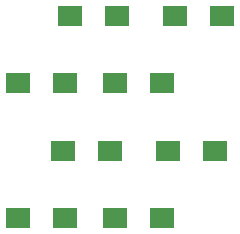
<source format=gbr>
G04 #@! TF.FileFunction,Paste,Bot*
%FSLAX46Y46*%
G04 Gerber Fmt 4.6, Leading zero omitted, Abs format (unit mm)*
G04 Created by KiCad (PCBNEW 4.0.7) date 07/07/18 12:03:53*
%MOMM*%
%LPD*%
G01*
G04 APERTURE LIST*
%ADD10C,0.100000*%
%ADD11R,2.000000X1.700000*%
G04 APERTURE END LIST*
D10*
D11*
X119285000Y-102235000D03*
X123285000Y-102235000D03*
X123095000Y-107950000D03*
X127095000Y-107950000D03*
X127540000Y-113665000D03*
X131540000Y-113665000D03*
X123285000Y-113665000D03*
X119285000Y-113665000D03*
X127730000Y-96520000D03*
X123730000Y-96520000D03*
X131540000Y-102235000D03*
X127540000Y-102235000D03*
X135985000Y-107950000D03*
X131985000Y-107950000D03*
X132620000Y-96520000D03*
X136620000Y-96520000D03*
M02*

</source>
